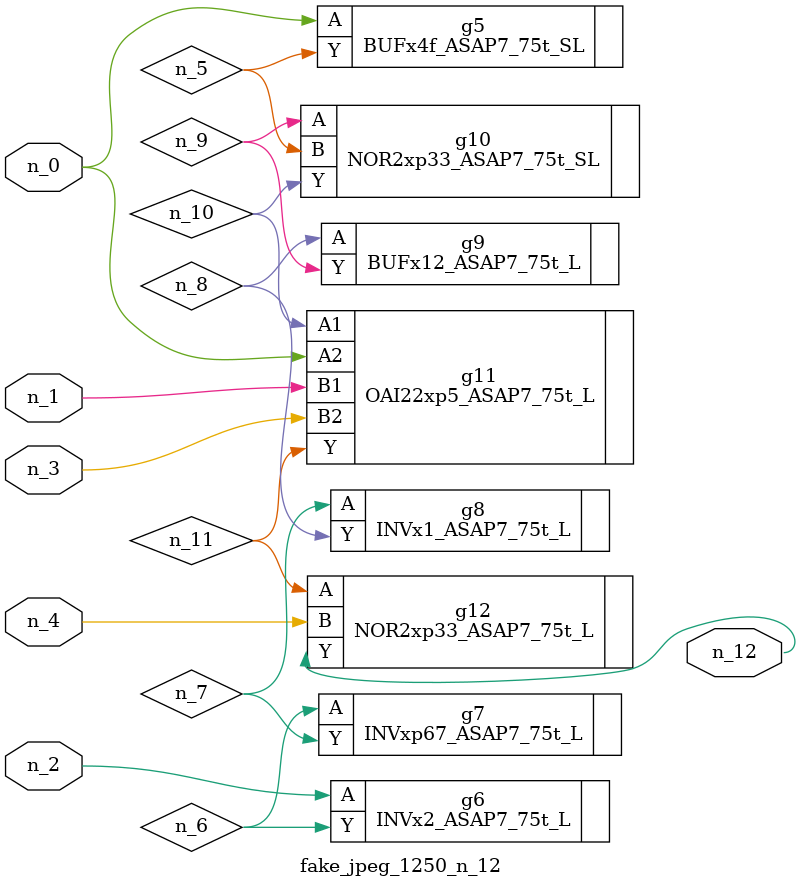
<source format=v>
module fake_jpeg_1250_n_12 (n_3, n_2, n_1, n_0, n_4, n_12);

input n_3;
input n_2;
input n_1;
input n_0;
input n_4;

output n_12;

wire n_11;
wire n_10;
wire n_8;
wire n_9;
wire n_6;
wire n_5;
wire n_7;

BUFx4f_ASAP7_75t_SL g5 ( 
.A(n_0),
.Y(n_5)
);

INVx2_ASAP7_75t_L g6 ( 
.A(n_2),
.Y(n_6)
);

INVxp67_ASAP7_75t_L g7 ( 
.A(n_6),
.Y(n_7)
);

INVx1_ASAP7_75t_L g8 ( 
.A(n_7),
.Y(n_8)
);

BUFx12_ASAP7_75t_L g9 ( 
.A(n_8),
.Y(n_9)
);

NOR2xp33_ASAP7_75t_SL g10 ( 
.A(n_9),
.B(n_5),
.Y(n_10)
);

OAI22xp5_ASAP7_75t_L g11 ( 
.A1(n_10),
.A2(n_0),
.B1(n_1),
.B2(n_3),
.Y(n_11)
);

NOR2xp33_ASAP7_75t_L g12 ( 
.A(n_11),
.B(n_4),
.Y(n_12)
);


endmodule
</source>
